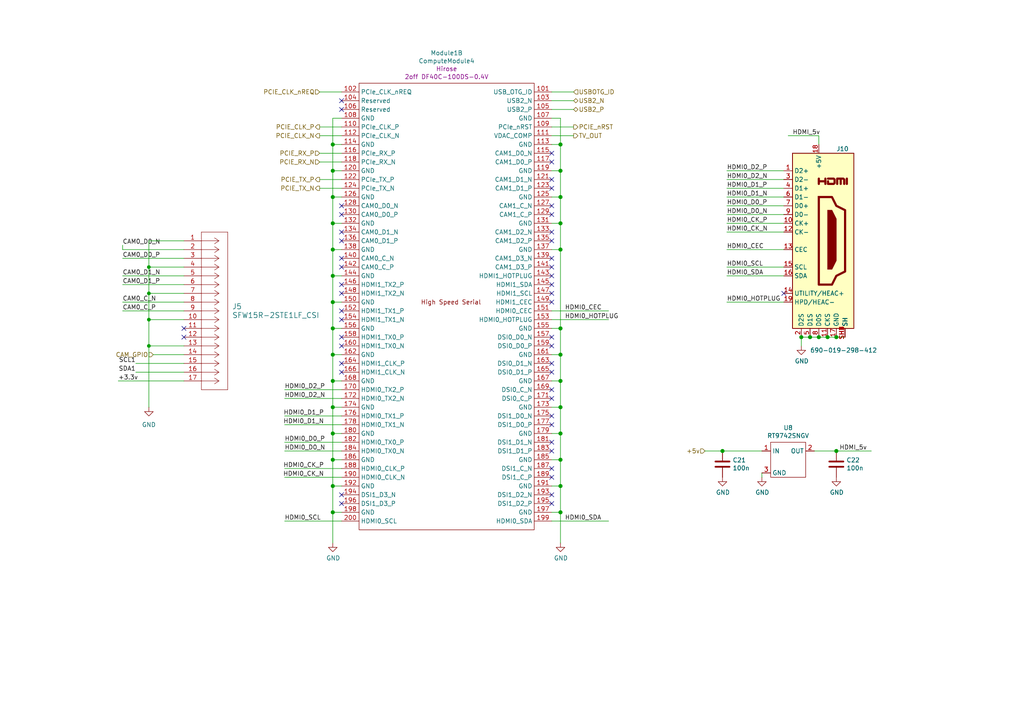
<source format=kicad_sch>
(kicad_sch (version 20231120) (generator "eeschema") (generator_version "8.0")
  (paper "A4")
  (title_block (title "CM4 Board Bare Minimum Requirements") (date "2024-10-25") (rev "0.1") (company "RapidAnalysis") (comment 1 "Author: Asad Imran"))
  (lib_symbols
    (symbol "CM4IO:ComputeModule4-CM4"
      (property "Reference" "Module" (at 113.03 -68.58 0))
      (property "Value" "ComputeModule4-CM4" (at 140.97 2.54 0))
      (property "Field4" "Hirose" (at 0 0 0))
      (property "Field5" "2x DF40C-100DS-0.4V" (at 0 -2.54 0))
      (symbol "ComputeModule4-CM4_1_0"
        (text "GPIO" (at 0 6.35 0) (effects (font (size 1.27 1.27))))
      )
      (symbol "ComputeModule4-CM4_1_1"
        (rectangle (start -30.48 -71.12) (end 25.4 58.42))
        (text "600mA Max" (at -8.89 -53.34 0) (effects (font (size 1.27 1.27))))
        (text "600mA Max" (at -8.89 -48.26 0) (effects (font (size 1.27 1.27))))
        (text "NB SD signals are only available" (at -1.27 -27.94 0) (effects (font (size 1.27 1.27))))
        (text "on modules without eMMC" (at -1.27 -30.48 0) (effects (font (size 1.27 1.27))))
        (pin power_in line (at 27.94 55.88 180) (length 2.54) (name "GND") (number "1"))
        (pin passive line (at -33.02 45.72 0) (length 2.54) (name "Ethernet_Pair0_N") (number "10"))
        (pin output line (at -33.02 -68.58 0) (length 2.54) (name "nEXTRST") (number "100"))
        (pin passive line (at 27.94 43.18 180) (length 2.54) (name "Ethernet_Pair2_P") (number "11"))
        (pin passive line (at -33.02 43.18 0) (length 2.54) (name "Ethernet_Pair0_P") (number "12"))
        (pin power_in line (at 27.94 40.64 180) (length 2.54) (name "GND") (number "13"))
        (pin power_in line (at -33.02 40.64 0) (length 2.54) (name "GND") (number "14"))
        (pin output line (at 27.94 38.1 180) (length 2.54) (name "Ethernet_nLED3(3.3v)") (number "15"))
        (pin input line (at -33.02 38.1 0) (length 2.54) (name "Ethernet_SYNC_IN(1.8v)") (number "16"))
        (pin output line (at 27.94 35.56 180) (length 2.54) (name "Ethernet_nLED2(3.3v)") (number "17"))
        (pin input line (at -33.02 35.56 0) (length 2.54) (name "Ethernet_SYNC_OUT(1.8v)") (number "18"))
        (pin output line (at 27.94 33.02 180) (length 2.54) (name "Ethernet_nLED1(3.3v)") (number "19"))
        (pin power_in line (at -33.02 55.88 0) (length 2.54) (name "GND") (number "2"))
        (pin passive line (at -33.02 33.02 0) (length 2.54) (name "EEPROM_nWP") (number "20"))
        (pin open_collector line (at 27.94 30.48 180) (length 2.54) (name "PI_nLED_Activity") (number "21"))
        (pin power_in line (at -33.02 30.48 0) (length 2.54) (name "GND") (number "22"))
        (pin power_in line (at 27.94 27.94 180) (length 2.54) (name "GND") (number "23"))
        (pin passive line (at -33.02 27.94 0) (length 2.54) (name "GPIO26") (number "24"))
        (pin passive line (at 27.94 25.4 180) (length 2.54) (name "GPIO21") (number "25"))
        (pin passive line (at -33.02 25.4 0) (length 2.54) (name "GPIO19") (number "26"))
        (pin passive line (at 27.94 22.86 180) (length 2.54) (name "GPIO20") (number "27"))
        (pin passive line (at -33.02 22.86 0) (length 2.54) (name "GPIO13") (number "28"))
        (pin passive line (at 27.94 20.32 180) (length 2.54) (name "GPIO16") (number "29"))
        (pin passive line (at 27.94 53.34 180) (length 2.54) (name "Ethernet_Pair3_P") (number "3"))
        (pin passive line (at -33.02 20.32 0) (length 2.54) (name "GPIO6") (number "30"))
        (pin passive line (at 27.94 17.78 180) (length 2.54) (name "GPIO12") (number "31"))
        (pin power_in line (at -33.02 17.78 0) (length 2.54) (name "GND") (number "32"))
        (pin power_in line (at 27.94 15.24 180) (length 2.54) (name "GND") (number "33"))
        (pin passive line (at -33.02 15.24 0) (length 2.54) (name "GPIO5") (number "34"))
        (pin passive line (at 27.94 12.7 180) (length 2.54) (name "ID_SC") (number "35"))
        (pin passive line (at -33.02 12.7 0) (length 2.54) (name "ID_SD") (number "36"))
        (pin passive line (at 27.94 10.16 180) (length 2.54) (name "GPIO7") (number "37"))
        (pin passive line (at -33.02 10.16 0) (length 2.54) (name "GPIO11") (number "38"))
        (pin passive line (at 27.94 7.62 180) (length 2.54) (name "GPIO8") (number "39"))
        (pin passive line (at -33.02 53.34 0) (length 2.54) (name "Ethernet_Pair1_P") (number "4"))
        (pin passive line (at -33.02 7.62 0) (length 2.54) (name "GPIO9") (number "40"))
        (pin passive line (at 27.94 5.08 180) (length 2.54) (name "GPIO25") (number "41"))
        (pin power_in line (at -33.02 5.08 0) (length 2.54) (name "GND") (number "42"))
        (pin power_in line (at 27.94 2.54 180) (length 2.54) (name "GND") (number "43"))
        (pin passive line (at -33.02 2.54 0) (length 2.54) (name "GPIO10") (number "44"))
        (pin passive line (at 27.94 0 180) (length 2.54) (name "GPIO24") (number "45"))
        (pin passive line (at -33.02 0 0) (length 2.54) (name "GPIO22") (number "46"))
        (pin passive line (at 27.94 -2.54 180) (length 2.54) (name "GPIO23") (number "47"))
        (pin passive line (at -33.02 -2.54 0) (length 2.54) (name "GPIO27") (number "48"))
        (pin passive line (at 27.94 -5.08 180) (length 2.54) (name "GPIO18") (number "49"))
        (pin passive line (at 27.94 50.8 180) (length 2.54) (name "Ethernet_Pair3_N") (number "5"))
        (pin passive line (at -33.02 -5.08 0) (length 2.54) (name "GPIO17") (number "50"))
        (pin passive line (at 27.94 -7.62 180) (length 2.54) (name "GPIO15") (number "51"))
        (pin power_in line (at -33.02 -7.62 0) (length 2.54) (name "GND") (number "52"))
        (pin power_in line (at 27.94 -10.16 180) (length 2.54) (name "GND") (number "53"))
        (pin passive line (at -33.02 -10.16 0) (length 2.54) (name "GPIO4") (number "54"))
        (pin passive line (at 27.94 -12.7 180) (length 2.54) (name "GPIO14") (number "55"))
        (pin passive line (at -33.02 -12.7 0) (length 2.54) (name "GPIO3") (number "56"))
        (pin passive line (at 27.94 -15.24 180) (length 2.54) (name "SD_CLK") (number "57"))
        (pin passive line (at -33.02 -15.24 0) (length 2.54) (name "GPIO2") (number "58"))
        (pin power_in line (at 27.94 -17.78 180) (length 2.54) (name "GND") (number "59"))
        (pin passive line (at -33.02 50.8 0) (length 2.54) (name "Ethernet_Pair1_N") (number "6"))
        (pin power_in line (at -33.02 -17.78 0) (length 2.54) (name "GND") (number "60"))
        (pin passive line (at 27.94 -20.32 180) (length 2.54) (name "SD_DAT3") (number "61"))
        (pin passive line (at -33.02 -20.32 0) (length 2.54) (name "SD_CMD") (number "62"))
        (pin passive line (at 27.94 -22.86 180) (length 2.54) (name "SD_DAT0") (number "63"))
        (pin passive line (at -33.02 -22.86 0) (length 2.54) (name "SD_DAT5") (number "64"))
        (pin power_in line (at 27.94 -25.4 180) (length 2.54) (name "GND") (number "65"))
        (pin power_in line (at -33.02 -25.4 0) (length 2.54) (name "GND") (number "66"))
        (pin passive line (at 27.94 -27.94 180) (length 2.54) (name "SD_DAT1") (number "67"))
        (pin passive line (at -33.02 -27.94 0) (length 2.54) (name "SD_DAT4") (number "68"))
        (pin passive line (at 27.94 -30.48 180) (length 2.54) (name "SD_DAT2") (number "69"))
        (pin power_in line (at 27.94 48.26 180) (length 2.54) (name "GND") (number "7"))
        (pin passive line (at -33.02 -30.48 0) (length 2.54) (name "SD_DAT7") (number "70"))
        (pin power_in line (at 27.94 -33.02 180) (length 2.54) (name "GND") (number "71"))
        (pin passive line (at -33.02 -33.02 0) (length 2.54) (name "SD_DAT6") (number "72"))
        (pin input line (at 27.94 -35.56 180) (length 2.54) (name "SD_VDD_Override") (number "73"))
        (pin power_in line (at -33.02 -35.56 0) (length 2.54) (name "GND") (number "74"))
        (pin output line (at 27.94 -38.1 180) (length 2.54) (name "SD_PWR_ON") (number "75"))
        (pin passive line (at -33.02 -38.1 0) (length 2.54) (name "Reserved") (number "76"))
        (pin power_in line (at 27.94 -40.64 180) (length 2.54) (name "+5v_(Input)") (number "77"))
        (pin power_in line (at -33.02 -40.64 0) (length 2.54) (name "GPIO_VREF(1.8v/3.3v_Input)") (number "78"))
        (pin power_in line (at 27.94 -43.18 180) (length 2.54) (name "+5v_(Input)") (number "79"))
        (pin power_in line (at -33.02 48.26 0) (length 2.54) (name "GND") (number "8"))
        (pin passive line (at -33.02 -43.18 0) (length 2.54) (name "SCL0") (number "80"))
        (pin power_in line (at 27.94 -45.72 180) (length 2.54) (name "+5v_(Input)") (number "81"))
        (pin passive line (at -33.02 -45.72 0) (length 2.54) (name "SDA0") (number "82"))
        (pin power_in line (at 27.94 -48.26 180) (length 2.54) (name "+5v_(Input)") (number "83"))
        (pin power_out line (at -33.02 -48.26 0) (length 2.54) (name "+3.3v_(Output)") (number "84"))
        (pin power_in line (at 27.94 -50.8 180) (length 2.54) (name "+5v_(Input)") (number "85"))
        (pin power_out line (at -33.02 -50.8 0) (length 2.54) (name "+3.3v_(Output)") (number "86"))
        (pin power_in line (at 27.94 -53.34 180) (length 2.54) (name "+5v_(Input)") (number "87"))
        (pin power_out line (at -33.02 -53.34 0) (length 2.54) (name "+1.8v_(Output)") (number "88"))
        (pin power_in line (at 27.94 -55.88 180) (length 2.54) (name "WiFi_nDisable") (number "89"))
        (pin passive line (at 27.94 45.72 180) (length 2.54) (name "Ethernet_Pair2_N") (number "9"))
        (pin power_out line (at -33.02 -55.88 0) (length 2.54) (name "+1.8v_(Output)") (number "90"))
        (pin power_in line (at 27.94 -58.42 180) (length 2.54) (name "BT_nDisable") (number "91"))
        (pin passive line (at -33.02 -58.42 0) (length 2.54) (name "RUN_PG") (number "92"))
        (pin input line (at 27.94 -60.96 180) (length 2.54) (name "nRPIBOOT") (number "93"))
        (pin passive line (at -33.02 -60.96 0) (length 2.54) (name "AnalogIP0") (number "94"))
        (pin output line (at 27.94 -63.5 180) (length 2.54) (name "nPI_LED_PWR") (number "95"))
        (pin passive line (at -33.02 -63.5 0) (length 2.54) (name "AnalogIP1") (number "96"))
        (pin passive line (at 27.94 -66.04 180) (length 2.54) (name "Camera_GPIO") (number "97"))
        (pin power_in line (at -33.02 -66.04 0) (length 2.54) (name "GND") (number "98"))
        (pin input line (at 27.94 -68.58 180) (length 2.54) (name "Global_EN") (number "99"))
      )
      (symbol "ComputeModule4-CM4_2_1"
        (rectangle (start 114.3 -66.04) (end 165.1 63.5))
        (text "High Speed Serial" (at 140.97 0 0) (effects (font (size 1.27 1.27))))
        (pin input line (at 170.18 60.96 180) (length 5.08) (name "USB_OTG_ID") (number "101"))
        (pin input line (at 109.22 60.96 0) (length 5.08) (name "PCIe_CLK_nREQ") (number "102"))
        (pin passive line (at 170.18 58.42 180) (length 5.08) (name "USB2_N") (number "103"))
        (pin passive line (at 109.22 58.42 0) (length 5.08) (name "Reserved") (number "104"))
        (pin passive line (at 170.18 55.88 180) (length 5.08) (name "USB2_P") (number "105"))
        (pin passive line (at 109.22 55.88 0) (length 5.08) (name "Reserved") (number "106"))
        (pin power_in line (at 170.18 53.34 180) (length 5.08) (name "GND") (number "107"))
        (pin power_in line (at 109.22 53.34 0) (length 5.08) (name "GND") (number "108"))
        (pin bidirectional line (at 170.18 50.8 180) (length 5.08) (name "PCIe_nRST") (number "109"))
        (pin output line (at 109.22 50.8 0) (length 5.08) (name "PCIe_CLK_P") (number "110"))
        (pin passive line (at 170.18 48.26 180) (length 5.08) (name "VDAC_COMP") (number "111"))
        (pin output line (at 109.22 48.26 0) (length 5.08) (name "PCIe_CLK_N") (number "112"))
        (pin power_in line (at 170.18 45.72 180) (length 5.08) (name "GND") (number "113"))
        (pin power_in line (at 109.22 45.72 0) (length 5.08) (name "GND") (number "114"))
        (pin input line (at 170.18 43.18 180) (length 5.08) (name "CAM1_D0_N") (number "115"))
        (pin input line (at 109.22 43.18 0) (length 5.08) (name "PCIe_RX_P") (number "116"))
        (pin input line (at 170.18 40.64 180) (length 5.08) (name "CAM1_D0_P") (number "117"))
        (pin input line (at 109.22 40.64 0) (length 5.08) (name "PCIe_RX_N") (number "118"))
        (pin power_in line (at 170.18 38.1 180) (length 5.08) (name "GND") (number "119"))
        (pin power_in line (at 109.22 38.1 0) (length 5.08) (name "GND") (number "120"))
        (pin input line (at 170.18 35.56 180) (length 5.08) (name "CAM1_D1_N") (number "121"))
        (pin output line (at 109.22 35.56 0) (length 5.08) (name "PCIe_TX_P") (number "122"))
        (pin input line (at 170.18 33.02 180) (length 5.08) (name "CAM1_D1_P") (number "123"))
        (pin output line (at 109.22 33.02 0) (length 5.08) (name "PCIe_TX_N") (number "124"))
        (pin power_in line (at 170.18 30.48 180) (length 5.08) (name "GND") (number "125"))
        (pin power_in line (at 109.22 30.48 0) (length 5.08) (name "GND") (number "126"))
        (pin input line (at 170.18 27.94 180) (length 5.08) (name "CAM1_C_N") (number "127"))
        (pin input line (at 109.22 27.94 0) (length 5.08) (name "CAM0_D0_N") (number "128"))
        (pin input line (at 170.18 25.4 180) (length 5.08) (name "CAM1_C_P") (number "129"))
        (pin input line (at 109.22 25.4 0) (length 5.08) (name "CAM0_D0_P") (number "130"))
        (pin power_in line (at 170.18 22.86 180) (length 5.08) (name "GND") (number "131"))
        (pin power_in line (at 109.22 22.86 0) (length 5.08) (name "GND") (number "132"))
        (pin input line (at 170.18 20.32 180) (length 5.08) (name "CAM1_D2_N") (number "133"))
        (pin input line (at 109.22 20.32 0) (length 5.08) (name "CAM0_D1_N") (number "134"))
        (pin input line (at 170.18 17.78 180) (length 5.08) (name "CAM1_D2_P") (number "135"))
        (pin input line (at 109.22 17.78 0) (length 5.08) (name "CAM0_D1_P") (number "136"))
        (pin power_in line (at 170.18 15.24 180) (length 5.08) (name "GND") (number "137"))
        (pin power_in line (at 109.22 15.24 0) (length 5.08) (name "GND") (number "138"))
        (pin input line (at 170.18 12.7 180) (length 5.08) (name "CAM1_D3_N") (number "139"))
        (pin input line (at 109.22 12.7 0) (length 5.08) (name "CAM0_C_N") (number "140"))
        (pin input line (at 170.18 10.16 180) (length 5.08) (name "CAM1_D3_P") (number "141"))
        (pin input line (at 109.22 10.16 0) (length 5.08) (name "CAM0_C_P") (number "142"))
        (pin input line (at 170.18 7.62 180) (length 5.08) (name "HDMI1_HOTPLUG") (number "143"))
        (pin power_in line (at 109.22 7.62 0) (length 5.08) (name "GND") (number "144"))
        (pin bidirectional line (at 170.18 5.08 180) (length 5.08) (name "HDMI1_SDA") (number "145"))
        (pin output line (at 109.22 5.08 0) (length 5.08) (name "HDMI1_TX2_P") (number "146"))
        (pin open_collector line (at 170.18 2.54 180) (length 5.08) (name "HDMI1_SCL") (number "147"))
        (pin output line (at 109.22 2.54 0) (length 5.08) (name "HDMI1_TX2_N") (number "148"))
        (pin open_collector line (at 170.18 0 180) (length 5.08) (name "HDMI1_CEC") (number "149"))
        (pin power_in line (at 109.22 0 0) (length 5.08) (name "GND") (number "150"))
        (pin open_collector line (at 170.18 -2.54 180) (length 5.08) (name "HDMI0_CEC") (number "151"))
        (pin output line (at 109.22 -2.54 0) (length 5.08) (name "HDMI1_TX1_P") (number "152"))
        (pin input line (at 170.18 -5.08 180) (length 5.08) (name "HDMI0_HOTPLUG") (number "153"))
        (pin output line (at 109.22 -5.08 0) (length 5.08) (name "HDMI1_TX1_N") (number "154"))
        (pin power_in line (at 170.18 -7.62 180) (length 5.08) (name "GND") (number "155"))
        (pin power_in line (at 109.22 -7.62 0) (length 5.08) (name "GND") (number "156"))
        (pin output line (at 170.18 -10.16 180) (length 5.08) (name "DSI0_D0_N") (number "157"))
        (pin output line (at 109.22 -10.16 0) (length 5.08) (name "HDMI1_TX0_P") (number "158"))
        (pin output line (at 170.18 -12.7 180) (length 5.08) (name "DSI0_D0_P") (number "159"))
        (pin output line (at 109.22 -12.7 0) (length 5.08) (name "HDMI1_TX0_N") (number "160"))
        (pin power_in line (at 170.18 -15.24 180) (length 5.08) (name "GND") (number "161"))
        (pin power_in line (at 109.22 -15.24 0) (length 5.08) (name "GND") (number "162"))
        (pin output line (at 170.18 -17.78 180) (length 5.08) (name "DSI0_D1_N") (number "163"))
        (pin output line (at 109.22 -17.78 0) (length 5.08) (name "HDMI1_CLK_P") (number "164"))
        (pin output line (at 170.18 -20.32 180) (length 5.08) (name "DSI0_D1_P") (number "165"))
        (pin output line (at 109.22 -20.32 0) (length 5.08) (name "HDMI1_CLK_N") (number "166"))
        (pin power_in line (at 170.18 -22.86 180) (length 5.08) (name "GND") (number "167"))
        (pin power_in line (at 109.22 -22.86 0) (length 5.08) (name "GND") (number "168"))
        (pin output line (at 170.18 -25.4 180) (length 5.08) (name "DSI0_C_N") (number "169"))
        (pin output line (at 109.22 -25.4 0) (length 5.08) (name "HDMI0_TX2_P") (number "170"))
        (pin output line (at 170.18 -27.94 180) (length 5.08) (name "DSI0_C_P") (number "171"))
        (pin output line (at 109.22 -27.94 0) (length 5.08) (name "HDMI0_TX2_N") (number "172"))
        (pin power_in line (at 170.18 -30.48 180) (length 5.08) (name "GND") (number "173"))
        (pin power_in line (at 109.22 -30.48 0) (length 5.08) (name "GND") (number "174"))
        (pin output line (at 170.18 -33.02 180) (length 5.08) (name "DSI1_D0_N") (number "175"))
        (pin output line (at 109.22 -33.02 0) (length 5.08) (name "HDMI0_TX1_P") (number "176"))
        (pin output line (at 170.18 -35.56 180) (length 5.08) (name "DSI1_D0_P") (number "177"))
        (pin output line (at 109.22 -35.56 0) (length 5.08) (name "HDMI0_TX1_N") (number "178"))
        (pin power_in line (at 170.18 -38.1 180) (length 5.08) (name "GND") (number "179"))
        (pin power_in line (at 109.22 -38.1 0) (length 5.08) (name "GND") (number "180"))
        (pin output line (at 170.18 -40.64 180) (length 5.08) (name "DSI1_D1_N") (number "181"))
        (pin output line (at 109.22 -40.64 0) (length 5.08) (name "HDMI0_TX0_P") (number "182"))
        (pin output line (at 170.18 -43.18 180) (length 5.08) (name "DSI1_D1_P") (number "183"))
        (pin output line (at 109.22 -43.18 0) (length 5.08) (name "HDMI0_TX0_N") (number "184"))
        (pin power_in line (at 170.18 -45.72 180) (length 5.08) (name "GND") (number "185"))
        (pin power_in line (at 109.22 -45.72 0) (length 5.08) (name "GND") (number "186"))
        (pin output line (at 170.18 -48.26 180) (length 5.08) (name "DSI1_C_N") (number "187"))
        (pin output line (at 109.22 -48.26 0) (length 5.08) (name "HDMI0_CLK_P") (number "188"))
        (pin output line (at 170.18 -50.8 180) (length 5.08) (name "DSI1_C_P") (number "189"))
        (pin output line (at 109.22 -50.8 0) (length 5.08) (name "HDMI0_CLK_N") (number "190"))
        (pin power_in line (at 170.18 -53.34 180) (length 5.08) (name "GND") (number "191"))
        (pin power_in line (at 109.22 -53.34 0) (length 5.08) (name "GND") (number "192"))
        (pin output line (at 170.18 -55.88 180) (length 5.08) (name "DSI1_D2_N") (number "193"))
        (pin output line (at 109.22 -55.88 0) (length 5.08) (name "DSI1_D3_N") (number "194"))
        (pin output line (at 170.18 -58.42 180) (length 5.08) (name "DSI1_D2_P") (number "195"))
        (pin output line (at 109.22 -58.42 0) (length 5.08) (name "DSI1_D3_P") (number "196"))
        (pin power_in line (at 170.18 -60.96 180) (length 5.08) (name "GND") (number "197"))
        (pin power_in line (at 109.22 -60.96 0) (length 5.08) (name "GND") (number "198"))
        (pin bidirectional line (at 170.18 -63.5 180) (length 5.08) (name "HDMI0_SDA") (number "199"))
        (pin open_collector line (at 109.22 -63.5 0) (length 5.08) (name "HDMI0_SCL") (number "200"))
      )
    )
    (symbol "CM4IO:HDMI_A_1.4"
      (property "Reference" "J" (at -6.35 26.67 0))
      (property "Value" "HDMI_A_1.4" (at 10.16 26.67 0))
      (symbol "HDMI_A_1.4_0_0"
        (polyline (pts (xy 8.128 16.51) (xy 8.128 18.034)) (stroke (width 0.635)))
        (polyline (pts (xy 0 16.51) (xy 0 18.034) (xy 0 17.272) (xy 1.905 17.272) (xy 1.905 18.034) (xy 1.905 16.51)) (stroke (width 0.635)))
        (polyline (pts (xy 2.667 18.034) (xy 4.318 18.034) (xy 4.572 17.78) (xy 4.572 16.764) (xy 4.318 16.51) (xy 2.667 16.51) (xy 2.667 17.272)) (stroke (width 0.635)))
        (pin passive line (at 7.62 -27.94 90) (length 2.54) (name "SH") (number "SH2"))
        (pin passive line (at 7.62 -27.94 90) (length 2.54) (name "SH") (number "SH3"))
        (pin passive line (at 7.62 -27.94 90) (length 2.54) (name "SH") (number "SH4"))
      )
      (symbol "HDMI_A_1.4_0_1"
        (rectangle (start -7.62 25.4) (end 10.16 -25.4) (stroke (width 0.254)) (fill (type background)))
        (polyline (pts (xy 2.54 8.89) (xy 3.81 8.89) (xy 5.08 6.35) (xy 5.08 -5.715) (xy 3.81 -8.255) (xy 2.54 -8.255) (xy 2.54 8.89)) (fill (type outline)))
        (polyline (pts (xy 5.334 16.51) (xy 5.334 18.034) (xy 6.35 18.034) (xy 6.35 16.51) (xy 6.35 18.034) (xy 7.112 18.034) (xy 7.366 17.78) (xy 7.366 16.51)) (stroke (width 0.635)))
        (polyline (pts (xy 0 12.7) (xy 0 -12.7) (xy 3.81 -12.7) (xy 5.08 -10.16) (xy 7.62 -8.89) (xy 7.62 8.89) (xy 5.08 10.16) (xy 3.81 12.7) (xy 0 12.7)) (stroke (width 0.635)))
      )
      (symbol "HDMI_A_1.4_1_1"
        (pin passive line (at -10.16 20.32 0) (length 2.54) (name "D2+") (number "1"))
        (pin passive line (at -10.16 5.08 0) (length 2.54) (name "CK+") (number "10"))
        (pin power_in line (at 2.54 -27.94 90) (length 2.54) (name "CKS") (number "11"))
        (pin passive line (at -10.16 2.54 0) (length 2.54) (name "CK-") (number "12"))
        (pin bidirectional line (at -10.16 -2.54 0) (length 2.54) (name "CEC") (number "13"))
        (pin passive line (at -10.16 -15.24 0) (length 2.54) (name "UTILITY/HEAC+") (number "14"))
        (pin passive line (at -10.16 -7.62 0) (length 2.54) (name "SCL") (number "15"))
        (pin bidirectional line (at -10.16 -10.16 0) (length 2.54) (name "SDA") (number "16"))
        (pin power_in line (at 5.08 -27.94 90) (length 2.54) (name "GND") (number "17"))
        (pin power_in line (at 0 27.94 270) (length 2.54) (name "+5V") (number "18"))
        (pin passive line (at -10.16 -17.78 0) (length 2.54) (name "HPD/HEAC-") (number "19"))
        (pin power_in line (at -5.08 -27.94 90) (length 2.54) (name "D2S") (number "2"))
        (pin passive line (at -10.16 17.78 0) (length 2.54) (name "D2-") (number "3"))
        (pin passive line (at -10.16 15.24 0) (length 2.54) (name "D1+") (number "4"))
        (pin power_in line (at -2.54 -27.94 90) (length 2.54) (name "D1S") (number "5"))
        (pin passive line (at -10.16 12.7 0) (length 2.54) (name "D1-") (number "6"))
        (pin passive line (at -10.16 10.16 0) (length 2.54) (name "D0+") (number "7"))
        (pin power_in line (at 0 -27.94 90) (length 2.54) (name "D0S") (number "8"))
        (pin passive line (at -10.16 7.62 0) (length 2.54) (name "D0-") (number "9"))
        (pin passive line (at 7.62 -27.94 90) (length 2.54) (name "SH") (number "SH1"))
      )
    )
    (symbol "CM4IO:RT9742SNGV"
      (property "Reference" "U12" (at 2.54 10.541 0))
      (property "Value" "RT9742SNGV" (at 2.54 8.2296 0))
      (symbol "RT9742SNGV_0_1"
        (rectangle (start -2.54 6.35) (end 7.62 -3.81))
      )
      (symbol "RT9742SNGV_1_1"
        (pin power_in line (at -5.08 3.81 0) (length 2.54) (name "IN") (number "1"))
        (pin output line (at 10.16 3.81 180) (length 2.54) (name "OUT") (number "2"))
        (pin power_in line (at -5.08 -2.54 0) (length 2.54) (name "GND") (number "3"))
      )
    )
    (symbol "Device:C" (pin_numbers hide) (pin_names (offset 0.254))
      (property "Reference" "C" (at 0.635 2.54 0))
      (property "Value" "C" (at 0.635 -2.54 0))
      (symbol "C_0_1"
        (polyline (pts (xy -2.032 -0.762) (xy 2.032 -0.762)) (stroke (width 0.508)))
        (polyline (pts (xy -2.032 0.762) (xy 2.032 0.762)) (stroke (width 0.508)))
      )
      (symbol "C_1_1"
        (pin passive line (at 0 3.81 270) (length 2.794) (name "~") (number "1"))
        (pin passive line (at 0 -3.81 90) (length 2.794) (name "~") (number "2"))
      )
    )
    (symbol "GND_1" (power) (pin_numbers hide) (pin_names (offset 0) hide)
      (property "Value" "GND" (at 0 -3.81 0))
      (symbol "GND_1_0_1"
        (polyline (pts (xy 0 0) (xy 0 -1.27) (xy 1.27 -1.27) (xy 0 -2.54) (xy -1.27 -1.27) (xy 0 -1.27)))
      )
      (symbol "GND_1_1_1"
        (pin power_in line (at 0 0 270) (length 0) (name "~") (number "1"))
      )
    )
    (symbol "SFW15R-2STE1LF:SFW15R-2STE1LF" (pin_names (offset 0.254))
      (property "Reference" "J" (at 8.89 6.35 0))
      (property "Value" "SFW15R-2STE1LF" (at 0 0 0))
      (symbol "SFW15R-2STE1LF_0_1"
        (polyline (pts (xy 5.08 -43.18) (xy 12.7 -43.18)) (stroke (width 0.127)))
        (polyline (pts (xy 5.08 2.54) (xy 5.08 -43.18)) (stroke (width 0.127)))
        (polyline (pts (xy 10.16 -40.64) (xy 5.08 -40.64)) (stroke (width 0.127)))
        (polyline (pts (xy 10.16 -40.64) (xy 8.89 -41.4867)) (stroke (width 0.127)))
        (polyline (pts (xy 10.16 -40.64) (xy 8.89 -39.7933)) (stroke (width 0.127)))
        (polyline (pts (xy 10.16 -38.1) (xy 5.08 -38.1)) (stroke (width 0.127)))
        (polyline (pts (xy 10.16 -38.1) (xy 8.89 -38.9467)) (stroke (width 0.127)))
        (polyline (pts (xy 10.16 -38.1) (xy 8.89 -37.2533)) (stroke (width 0.127)))
        (polyline (pts (xy 10.16 -35.56) (xy 5.08 -35.56)) (stroke (width 0.127)))
        (polyline (pts (xy 10.16 -35.56) (xy 8.89 -36.4067)) (stroke (width 0.127)))
        (polyline (pts (xy 10.16 -35.56) (xy 8.89 -34.7133)) (stroke (width 0.127)))
        (polyline (pts (xy 10.16 -33.02) (xy 5.08 -33.02)) (stroke (width 0.127)))
        (polyline (pts (xy 10.16 -33.02) (xy 8.89 -33.8667)) (stroke (width 0.127)))
        (polyline (pts (xy 10.16 -33.02) (xy 8.89 -32.1733)) (stroke (width 0.127)))
        (polyline (pts (xy 10.16 -30.48) (xy 5.08 -30.48)) (stroke (width 0.127)))
        (polyline (pts (xy 10.16 -30.48) (xy 8.89 -31.3267)) (stroke (width 0.127)))
        (polyline (pts (xy 10.16 -30.48) (xy 8.89 -29.6333)) (stroke (width 0.127)))
        (polyline (pts (xy 10.16 -27.94) (xy 5.08 -27.94)) (stroke (width 0.127)))
        (polyline (pts (xy 10.16 -27.94) (xy 8.89 -28.7867)) (stroke (width 0.127)))
        (polyline (pts (xy 10.16 -27.94) (xy 8.89 -27.0933)) (stroke (width 0.127)))
        (polyline (pts (xy 10.16 -25.4) (xy 5.08 -25.4)) (stroke (width 0.127)))
        (polyline (pts (xy 10.16 -25.4) (xy 8.89 -26.2467)) (stroke (width 0.127)))
        (polyline (pts (xy 10.16 -25.4) (xy 8.89 -24.5533)) (stroke (width 0.127)))
        (polyline (pts (xy 10.16 -22.86) (xy 5.08 -22.86)) (stroke (width 0.127)))
        (polyline (pts (xy 10.16 -22.86) (xy 8.89 -23.7067)) (stroke (width 0.127)))
        (polyline (pts (xy 10.16 -22.86) (xy 8.89 -22.0133)) (stroke (width 0.127)))
        (polyline (pts (xy 10.16 -20.32) (xy 5.08 -20.32)) (stroke (width 0.127)))
        (polyline (pts (xy 10.16 -20.32) (xy 8.89 -21.1667)) (stroke (width 0.127)))
        (polyline (pts (xy 10.16 -20.32) (xy 8.89 -19.4733)) (stroke (width 0.127)))
        (polyline (pts (xy 10.16 -17.78) (xy 5.08 -17.78)) (stroke (width 0.127)))
        (polyline (pts (xy 10.16 -17.78) (xy 8.89 -18.6267)) (stroke (width 0.127)))
        (polyline (pts (xy 10.16 -17.78) (xy 8.89 -16.9333)) (stroke (width 0.127)))
        (polyline (pts (xy 10.16 -15.24) (xy 5.08 -15.24)) (stroke (width 0.127)))
        (polyline (pts (xy 10.16 -15.24) (xy 8.89 -16.0867)) (stroke (width 0.127)))
        (polyline (pts (xy 10.16 -15.24) (xy 8.89 -14.3933)) (stroke (width 0.127)))
        (polyline (pts (xy 10.16 -12.7) (xy 5.08 -12.7)) (stroke (width 0.127)))
        (polyline (pts (xy 10.16 -12.7) (xy 8.89 -13.5467)) (stroke (width 0.127)))
        (polyline (pts (xy 10.16 -12.7) (xy 8.89 -11.8533)) (stroke (width 0.127)))
        (polyline (pts (xy 10.16 -10.16) (xy 5.08 -10.16)) (stroke (width 0.127)))
        (polyline (pts (xy 10.16 -10.16) (xy 8.89 -11.0067)) (stroke (width 0.127)))
        (polyline (pts (xy 10.16 -10.16) (xy 8.89 -9.3133)) (stroke (width 0.127)))
        (polyline (pts (xy 10.16 -7.62) (xy 5.08 -7.62)) (stroke (width 0.127)))
        (polyline (pts (xy 10.16 -7.62) (xy 8.89 -8.4667)) (stroke (width 0.127)))
        (polyline (pts (xy 10.16 -7.62) (xy 8.89 -6.7733)) (stroke (width 0.127)))
        (polyline (pts (xy 10.16 -5.08) (xy 5.08 -5.08)) (stroke (width 0.127)))
        (polyline (pts (xy 10.16 -5.08) (xy 8.89 -5.9267)) (stroke (width 0.127)))
        (polyline (pts (xy 10.16 -5.08) (xy 8.89 -4.2333)) (stroke (width 0.127)))
        (polyline (pts (xy 10.16 -2.54) (xy 5.08 -2.54)) (stroke (width 0.127)))
        (polyline (pts (xy 10.16 -2.54) (xy 8.89 -3.3867)) (stroke (width 0.127)))
        (polyline (pts (xy 10.16 -2.54) (xy 8.89 -1.6933)) (stroke (width 0.127)))
        (polyline (pts (xy 10.16 0) (xy 5.08 0)) (stroke (width 0.127)))
        (polyline (pts (xy 10.16 0) (xy 8.89 -0.8467)) (stroke (width 0.127)))
        (polyline (pts (xy 10.16 0) (xy 8.89 0.8467)) (stroke (width 0.127)))
        (polyline (pts (xy 12.7 -43.18) (xy 12.7 2.54)) (stroke (width 0.127)))
        (polyline (pts (xy 12.7 2.54) (xy 5.08 2.54)) (stroke (width 0.127)))
        (pin unspecified line (at 0 0 0) (length 5.08) (name "") (number "1"))
        (pin unspecified line (at 0 -22.86 0) (length 5.08) (name "") (number "10"))
        (pin unspecified line (at 0 -25.4 0) (length 5.08) (name "") (number "11"))
        (pin unspecified line (at 0 -27.94 0) (length 5.08) (name "") (number "12"))
        (pin unspecified line (at 0 -30.48 0) (length 5.08) (name "") (number "13"))
        (pin unspecified line (at 0 -33.02 0) (length 5.08) (name "") (number "14"))
        (pin unspecified line (at 0 -35.56 0) (length 5.08) (name "") (number "15"))
        (pin unspecified line (at 0 -38.1 0) (length 5.08) (name "") (number "16"))
        (pin unspecified line (at 0 -40.64 0) (length 5.08) (name "") (number "17"))
        (pin unspecified line (at 0 -2.54 0) (length 5.08) (name "") (number "2"))
        (pin unspecified line (at 0 -5.08 0) (length 5.08) (name "") (number "3"))
        (pin unspecified line (at 0 -7.62 0) (length 5.08) (name "") (number "4"))
        (pin unspecified line (at 0 -10.16 0) (length 5.08) (name "") (number "5"))
        (pin unspecified line (at 0 -12.7 0) (length 5.08) (name "") (number "6"))
        (pin unspecified line (at 0 -15.24 0) (length 5.08) (name "") (number "7"))
        (pin unspecified line (at 0 -17.78 0) (length 5.08) (name "") (number "8"))
        (pin unspecified line (at 0 -20.32 0) (length 5.08) (name "") (number "9"))
      )
    )
    (symbol "power:GND" (power) (pin_names (offset 0))
      (property "Value" "GND" (at 0 -3.81 0))
      (symbol "GND_0_1"
        (polyline (pts (xy 0 0) (xy 0 -1.27) (xy 1.27 -1.27) (xy 0 -2.54) (xy -1.27 -1.27) (xy 0 -1.27)))
      )
      (symbol "GND_1_1"
        (pin power_in line (at 0 0 270) (length 0) hide (name "GND") (number "1"))
      )
    )
  )
  (junction (at 43.18 77.47))
  (junction (at 96.52 133.35) (diameter 1.016))
  (junction (at 43.18 92.71))
  (junction (at 96.52 118.11) (diameter 1.016))
  (junction (at 240.03 97.79) (diameter 1.016))
  (junction (at 96.52 125.73) (diameter 1.016))
  (junction (at 96.52 140.97) (diameter 1.016))
  (junction (at 96.52 72.39) (diameter 1.016))
  (junction (at 234.95 97.79) (diameter 1.016))
  (junction (at 162.56 64.77) (diameter 1.016))
  (junction (at 209.55 130.81) (diameter 1.016))
  (junction (at 232.41 97.79) (diameter 1.016))
  (junction (at 96.52 64.77) (diameter 1.016))
  (junction (at 162.56 57.15) (diameter 1.016))
  (junction (at 242.57 97.79) (diameter 1.016))
  (junction (at 96.52 57.15) (diameter 1.016))
  (junction (at 162.56 118.11) (diameter 1.016))
  (junction (at 162.56 49.53) (diameter 1.016))
  (junction (at 237.49 97.79) (diameter 1.016))
  (junction (at 162.56 102.87) (diameter 1.016))
  (junction (at 96.52 80.01) (diameter 1.016))
  (junction (at 162.56 140.97) (diameter 1.016))
  (junction (at 162.56 72.39) (diameter 1.016))
  (junction (at 96.52 110.49) (diameter 1.016))
  (junction (at 162.56 95.25) (diameter 1.016))
  (junction (at 162.56 133.35) (diameter 1.016))
  (junction (at 96.52 95.25) (diameter 1.016))
  (junction (at 96.52 41.91) (diameter 1.016))
  (junction (at 162.56 41.91) (diameter 1.016))
  (junction (at 162.56 148.59) (diameter 1.016))
  (junction (at 162.56 110.49) (diameter 1.016))
  (junction (at 162.56 125.73) (diameter 1.016))
  (junction (at 96.52 49.53) (diameter 1.016))
  (junction (at 242.57 130.81) (diameter 1.016))
  (junction (at 43.18 100.33))
  (junction (at 43.18 85.09))
  (junction (at 96.52 87.63) (diameter 1.016))
  (junction (at 96.52 148.59) (diameter 1.016))
  (junction (at 96.52 102.87) (diameter 1.016))
  (no_connect (at 160.02 130.81))
  (no_connect (at 99.06 62.23))
  (no_connect (at 99.06 67.31))
  (no_connect (at 160.02 80.01))
  (no_connect (at 99.06 85.09))
  (no_connect (at 160.02 120.65))
  (no_connect (at 53.34 95.25))
  (no_connect (at 99.06 107.95))
  (no_connect (at 160.02 44.45))
  (no_connect (at 160.02 128.27))
  (no_connect (at 99.06 92.71))
  (no_connect (at 99.06 74.93))
  (no_connect (at 160.02 74.93))
  (no_connect (at 160.02 67.31))
  (no_connect (at 160.02 146.05))
  (no_connect (at 160.02 123.19))
  (no_connect (at 99.06 100.33))
  (no_connect (at 160.02 105.41))
  (no_connect (at 160.02 77.47))
  (no_connect (at 160.02 143.51))
  (no_connect (at 160.02 46.99))
  (no_connect (at 160.02 135.89))
  (no_connect (at 99.06 90.17))
  (no_connect (at 99.06 77.47))
  (no_connect (at 160.02 69.85))
  (no_connect (at 99.06 31.75))
  (no_connect (at 160.02 113.03))
  (no_connect (at 160.02 85.09))
  (no_connect (at 160.02 138.43))
  (no_connect (at 99.06 29.21))
  (no_connect (at 160.02 82.55))
  (no_connect (at 160.02 52.07))
  (no_connect (at 160.02 97.79))
  (no_connect (at 53.34 97.79))
  (no_connect (at 160.02 87.63))
  (no_connect (at 99.06 82.55))
  (no_connect (at 99.06 59.69))
  (no_connect (at 99.06 69.85))
  (no_connect (at 160.02 107.95))
  (no_connect (at 160.02 54.61))
  (no_connect (at 160.02 115.57))
  (no_connect (at 99.06 143.51))
  (no_connect (at 99.06 105.41))
  (no_connect (at 160.02 100.33))
  (no_connect (at 99.06 146.05))
  (no_connect (at 160.02 59.69))
  (no_connect (at 160.02 62.23))
  (no_connect (at 99.06 97.79))
  (no_connect (at 227.33 85.09))
  (wire (pts (xy 210.82 77.47) (xy 227.33 77.47)))
  (wire (pts (xy 160.02 90.17) (xy 176.53 90.17)))
  (wire (pts (xy 96.52 72.39) (xy 96.52 80.01)))
  (wire (pts (xy 162.56 34.29) (xy 160.02 34.29)))
  (wire (pts (xy 160.02 92.71) (xy 176.53 92.71)))
  (wire (pts (xy 35.56 87.63) (xy 53.34 87.63)))
  (wire (pts (xy 162.56 64.77) (xy 162.56 57.15)))
  (wire (pts (xy 220.98 137.16) (xy 220.98 138.43)))
  (wire (pts (xy 96.52 125.73) (xy 99.06 125.73)))
  (wire (pts (xy 162.56 118.11) (xy 162.56 125.73)))
  (wire (pts (xy 160.02 41.91) (xy 162.56 41.91)))
  (wire (pts (xy 162.56 49.53) (xy 162.56 41.91)))
  (wire (pts (xy 204.47 130.81) (xy 209.55 130.81)))
  (wire (pts (xy 92.71 52.07) (xy 99.06 52.07)))
  (wire (pts (xy 162.56 125.73) (xy 162.56 133.35)))
  (wire (pts (xy 162.56 95.25) (xy 162.56 102.87)))
  (wire (pts (xy 34.29 110.49) (xy 53.34 110.49)))
  (wire (pts (xy 160.02 39.37) (xy 166.37 39.37)))
  (wire (pts (xy 160.02 110.49) (xy 162.56 110.49)))
  (wire (pts (xy 210.82 52.07) (xy 227.33 52.07)))
  (wire (pts (xy 99.06 148.59) (xy 96.52 148.59)))
  (wire (pts (xy 96.52 95.25) (xy 96.52 102.87)))
  (wire (pts (xy 210.82 49.53) (xy 227.33 49.53)))
  (wire (pts (xy 43.18 100.33) (xy 43.18 118.11)))
  (wire (pts (xy 232.41 97.79) (xy 234.95 97.79)))
  (wire (pts (xy 160.02 133.35) (xy 162.56 133.35)))
  (wire (pts (xy 160.02 49.53) (xy 162.56 49.53)))
  (wire (pts (xy 96.52 72.39) (xy 99.06 72.39)))
  (wire (pts (xy 160.02 148.59) (xy 162.56 148.59)))
  (wire (pts (xy 43.18 77.47) (xy 53.34 77.47)))
  (wire (pts (xy 96.52 95.25) (xy 99.06 95.25)))
  (wire (pts (xy 82.55 128.27) (xy 99.06 128.27)))
  (wire (pts (xy 160.02 95.25) (xy 162.56 95.25)))
  (wire (pts (xy 162.56 102.87) (xy 162.56 110.49)))
  (wire (pts (xy 96.52 80.01) (xy 99.06 80.01)))
  (wire (pts (xy 92.71 39.37) (xy 99.06 39.37)))
  (wire (pts (xy 236.22 130.81) (xy 242.57 130.81)))
  (wire (pts (xy 160.02 64.77) (xy 162.56 64.77)))
  (wire (pts (xy 96.52 102.87) (xy 96.52 110.49)))
  (wire (pts (xy 162.56 41.91) (xy 162.56 34.29)))
  (wire (pts (xy 242.57 130.81) (xy 252.73 130.81)))
  (wire (pts (xy 96.52 57.15) (xy 99.06 57.15)))
  (wire (pts (xy 82.55 130.81) (xy 99.06 130.81)))
  (wire (pts (xy 96.52 118.11) (xy 96.52 125.73)))
  (wire (pts (xy 99.06 44.45) (xy 92.71 44.45)))
  (wire (pts (xy 162.56 72.39) (xy 162.56 95.25)))
  (wire (pts (xy 43.18 77.47) (xy 43.18 85.09)))
  (wire (pts (xy 99.06 138.43) (xy 82.55 138.43)))
  (wire (pts (xy 210.82 87.63) (xy 227.33 87.63)))
  (wire (pts (xy 162.56 110.49) (xy 162.56 118.11)))
  (wire (pts (xy 228.6 39.37) (xy 237.49 39.37)))
  (wire (pts (xy 96.52 34.29) (xy 96.52 41.91)))
  (wire (pts (xy 44.45 102.87) (xy 53.34 102.87)))
  (wire (pts (xy 160.02 118.11) (xy 162.56 118.11)))
  (wire (pts (xy 210.82 67.31) (xy 227.33 67.31)))
  (wire (pts (xy 96.52 41.91) (xy 99.06 41.91)))
  (wire (pts (xy 242.57 97.79) (xy 245.11 97.79)))
  (wire (pts (xy 210.82 59.69) (xy 227.33 59.69)))
  (wire (pts (xy 210.82 57.15) (xy 227.33 57.15)))
  (wire (pts (xy 210.82 80.01) (xy 227.33 80.01)))
  (wire (pts (xy 209.55 130.81) (xy 220.98 130.81)))
  (wire (pts (xy 35.56 90.17) (xy 53.34 90.17)))
  (wire (pts (xy 96.52 49.53) (xy 99.06 49.53)))
  (wire (pts (xy 162.56 57.15) (xy 162.56 49.53)))
  (wire (pts (xy 35.56 74.93) (xy 53.34 74.93)))
  (wire (pts (xy 92.71 36.83) (xy 99.06 36.83)))
  (wire (pts (xy 96.52 87.63) (xy 99.06 87.63)))
  (wire (pts (xy 96.52 125.73) (xy 96.52 133.35)))
  (wire (pts (xy 210.82 62.23) (xy 227.33 62.23)))
  (wire (pts (xy 162.56 148.59) (xy 162.56 157.48)))
  (wire (pts (xy 43.18 92.71) (xy 43.18 100.33)))
  (wire (pts (xy 96.52 57.15) (xy 96.52 64.77)))
  (wire (pts (xy 162.56 133.35) (xy 162.56 140.97)))
  (wire (pts (xy 35.56 71.12) (xy 35.56 72.39)))
  (wire (pts (xy 99.06 120.65) (xy 82.55 120.65)))
  (wire (pts (xy 39.37 107.95) (xy 53.34 107.95)))
  (wire (pts (xy 96.52 102.87) (xy 99.06 102.87)))
  (wire (pts (xy 35.56 82.55) (xy 53.34 82.55)))
  (wire (pts (xy 96.52 133.35) (xy 99.06 133.35)))
  (wire (pts (xy 39.37 105.41) (xy 53.34 105.41)))
  (wire (pts (xy 232.41 97.79) (xy 232.41 100.33)))
  (wire (pts (xy 92.71 54.61) (xy 99.06 54.61)))
  (wire (pts (xy 82.55 113.03) (xy 99.06 113.03)))
  (wire (pts (xy 99.06 46.99) (xy 92.71 46.99)))
  (wire (pts (xy 99.06 34.29) (xy 96.52 34.29)))
  (wire (pts (xy 35.56 80.01) (xy 53.34 80.01)))
  (wire (pts (xy 96.52 148.59) (xy 96.52 157.48)))
  (wire (pts (xy 160.02 102.87) (xy 162.56 102.87)))
  (wire (pts (xy 99.06 140.97) (xy 96.52 140.97)))
  (wire (pts (xy 96.52 87.63) (xy 96.52 95.25)))
  (wire (pts (xy 160.02 57.15) (xy 162.56 57.15)))
  (wire (pts (xy 96.52 64.77) (xy 99.06 64.77)))
  (wire (pts (xy 160.02 140.97) (xy 162.56 140.97)))
  (wire (pts (xy 160.02 72.39) (xy 162.56 72.39)))
  (wire (pts (xy 43.18 85.09) (xy 43.18 92.71)))
  (wire (pts (xy 43.18 92.71) (xy 53.34 92.71)))
  (wire (pts (xy 96.52 118.11) (xy 99.06 118.11)))
  (wire (pts (xy 99.06 123.19) (xy 82.55 123.19)))
  (wire (pts (xy 43.18 85.09) (xy 53.34 85.09)))
  (wire (pts (xy 160.02 151.13) (xy 176.53 151.13)))
  (wire (pts (xy 160.02 31.75) (xy 166.37 31.75)))
  (wire (pts (xy 210.82 54.61) (xy 227.33 54.61)))
  (wire (pts (xy 237.49 39.37) (xy 237.49 41.91)))
  (wire (pts (xy 99.06 135.89) (xy 82.55 135.89)))
  (wire (pts (xy 96.52 64.77) (xy 96.52 72.39)))
  (wire (pts (xy 160.02 36.83) (xy 166.37 36.83)))
  (wire (pts (xy 210.82 72.39) (xy 227.33 72.39)))
  (wire (pts (xy 162.56 72.39) (xy 162.56 64.77)))
  (wire (pts (xy 237.49 97.79) (xy 240.03 97.79)))
  (wire (pts (xy 96.52 133.35) (xy 96.52 140.97)))
  (wire (pts (xy 96.52 49.53) (xy 96.52 57.15)))
  (wire (pts (xy 92.71 26.67) (xy 99.06 26.67)))
  (wire (pts (xy 43.18 69.85) (xy 43.18 77.47)))
  (wire (pts (xy 240.03 97.79) (xy 242.57 97.79)))
  (wire (pts (xy 160.02 125.73) (xy 162.56 125.73)))
  (wire (pts (xy 162.56 140.97) (xy 162.56 148.59)))
  (wire (pts (xy 166.37 26.67) (xy 160.02 26.67)))
  (wire (pts (xy 96.52 80.01) (xy 96.52 87.63)))
  (wire (pts (xy 82.55 115.57) (xy 99.06 115.57)))
  (wire (pts (xy 96.52 110.49) (xy 99.06 110.49)))
  (wire (pts (xy 160.02 29.21) (xy 166.37 29.21)))
  (wire (pts (xy 96.52 140.97) (xy 96.52 148.59)))
  (wire (pts (xy 43.18 100.33) (xy 53.34 100.33)))
  (wire (pts (xy 53.34 69.85) (xy 43.18 69.85)))
  (wire (pts (xy 96.52 110.49) (xy 96.52 118.11)))
  (wire (pts (xy 53.34 72.39) (xy 35.56 72.39)))
  (wire (pts (xy 96.52 41.91) (xy 96.52 49.53)))
  (wire (pts (xy 82.55 151.13) (xy 99.06 151.13)))
  (wire (pts (xy 210.82 64.77) (xy 227.33 64.77)))
  (wire (pts (xy 234.95 97.79) (xy 237.49 97.79)))
  (label "HDMI0_D0_P" (at 210.82 59.69 0))
  (label "SDA1" (at 39.37 107.95 180))
  (label "HDMI0_CEC" (at 163.83 90.17 0))
  (label "HDMI0_D2_N" (at 82.55 115.57 0))
  (label "HDMI_5v" (at 251.46 130.81 180))
  (label "HDMI0_SDA" (at 163.83 151.13 0))
  (label "HDMI0_D2_P" (at 210.82 49.53 0))
  (label "HDMI0_CK_N" (at 210.82 67.31 0))
  (label "HDMI0_SDA" (at 210.82 80.01 0))
  (label "CAM0_C_N" (at 35.56 87.63 0))
  (label "HDMI_5v" (at 229.87 39.37 0))
  (label "CAM0_D1_P" (at 35.56 82.55 0))
  (label "HDMI0_D2_N" (at 210.82 52.07 0))
  (label "HDMI0_D0_N" (at 210.82 62.23 0))
  (label "CAM0_C_P" (at 35.56 90.17 0))
  (label "HDMI0_CK_P" (at 210.82 64.77 0))
  (label "HDMI0_CK_N" (at 93.98 138.43 180))
  (label "HDMI0_SCL" (at 210.82 77.47 0))
  (label "HDMI0_CEC" (at 210.82 72.39 0))
  (label "HDMI0_D1_P" (at 93.98 120.65 180))
  (label "HDMI0_SCL" (at 82.55 151.13 0))
  (label "CAM0_D0_N" (at 35.56 71.12 0))
  (label "HDMI0_D0_N" (at 82.55 130.81 0))
  (label "+3.3v" (at 34.29 110.49 0))
  (label "SCL1" (at 39.37 105.41 180))
  (label "HDMI0_D2_P" (at 82.55 113.03 0))
  (label "HDMI0_D1_P" (at 210.82 54.61 0))
  (label "HDMI0_D1_N" (at 210.82 57.15 0))
  (label "HDMI0_D0_P" (at 82.55 128.27 0))
  (label "HDMI0_HOTPLUG" (at 210.82 87.63 0))
  (label "HDMI0_D1_N" (at 93.98 123.19 180))
  (label "CAM0_D1_N" (at 35.56 80.01 0))
  (label "HDMI0_HOTPLUG" (at 163.83 92.71 0))
  (label "CAM0_D0_P" (at 35.56 74.93 0))
  (label "HDMI0_CK_P" (at 93.98 135.89 180))
  (hierarchical_label "+5v" (shape input) (at 204.47 130.81 180))
  (hierarchical_label "PCIE_TX_P" (shape output) (at 92.71 52.07 180))
  (hierarchical_label "USB2_N" (shape bidirectional) (at 166.37 29.21 0))
  (hierarchical_label "PCIE_RX_N" (shape input) (at 92.71 46.99 180))
  (hierarchical_label "CAM_GPIO" (shape input) (at 44.45 102.87 180))
  (hierarchical_label "PCIE_CLK_nREQ" (shape input) (at 92.71 26.67 180))
  (hierarchical_label "PCIE_RX_P" (shape input) (at 92.71 44.45 180))
  (hierarchical_label "USB2_P" (shape bidirectional) (at 166.37 31.75 0))
  (hierarchical_label "TV_OUT" (shape output) (at 166.37 39.37 0))
  (hierarchical_label "PCIE_CLK_N" (shape output) (at 92.71 39.37 180))
  (hierarchical_label "USBOTG_ID" (shape input) (at 166.37 26.67 0))
  (hierarchical_label "PCIE_CLK_P" (shape output) (at 92.71 36.83 180))
  (hierarchical_label "PCIE_nRST" (shape output) (at 166.37 36.83 0))
  (hierarchical_label "PCIE_TX_N" (shape output) (at 92.71 54.61 180))
  (symbol (lib_id "power:GND") (at 96.52 157.48 0) (unit 1)
    (property "Reference" "#PWR034" (effects (hide yes)))
    (property "Value" "GND" (at 96.647 161.8742 0))
  )
  (symbol (lib_name "GND_1") (lib_id "power:GND") (at 43.18 118.11 0) (unit 1)
    (property "Reference" "#PWR039" (effects (hide yes)))
    (property "Value" "GND" (at 43.18 123.19 0))
    (property "Description" "Power symbol creates a global label with name \"GND\" , ground" (effects (hide yes)))
  )
  (symbol (lib_id "SFW15R-2STE1LF:SFW15R-2STE1LF") (at 53.34 69.85 0) (unit 1)
    (property "Reference" "J5" (at 67.31 88.8999 0) (effects (font (size 1.524 1.524)) (justify left)))
    (property "Value" "SFW15R-2STE1LF_CSI" (at 67.31 91.4399 0) (effects (font (size 1.524 1.524)) (justify left)))
    (property "Footprint" "CON15_1X15_DRB_SFW_FCI" (effects (hide yes)))
    (property "Datasheet" "SFW15R-2STE1LF" (effects (hide yes)))
  )
  (symbol (lib_id "power:GND") (at 220.98 138.43 0) (unit 1)
    (property "Reference" "#PWR037" (effects (hide yes)))
    (property "Value" "GND" (at 221.107 142.8242 0))
  )
  (symbol (lib_id "Device:C") (at 242.57 134.62 0) (unit 1)
    (property "Reference" "C22" (at 245.491 133.4516 0) (effects (justify left)))
    (property "Value" "100n" (at 245.491 135.763 0) (effects (justify left)))
    (property "Footprint" "Capacitor_SMD:C_0402_1005Metric" (effects (hide yes)))
    (property "Datasheet" "https://search.murata.co.jp/Ceramy/image/img/A01X/G101/ENG/GRM155R71C104KA88-01.pdf" (effects (hide yes)))
    (property "Field4" "Farnell" (effects (hide yes)))
    (property "Field5" "2611911" (effects (hide yes)))
    (property "Field6" "RM EMK105 B7104KV-F" (effects (hide yes)))
    (property "Field7" "TAIYO YUDEN EUROPE GMBH" (effects (hide yes)))
    (property "Part Description" "	0.1uF 10% 16V Ceramic Capacitor X7R 0402 (1005 Metric)" (effects (hide yes)))
    (property "Field8" "110091611" (effects (hide yes)))
  )
  (symbol (lib_id "power:GND") (at 162.56 157.48 0) (unit 1)
    (property "Reference" "#PWR035" (effects (hide yes)))
    (property "Value" "GND" (at 162.687 161.8742 0))
  )
  (symbol (lib_id "CM4IO:HDMI_A_1.4") (at 237.49 69.85 0) (unit 1)
    (property "Reference" "J10" (at 242.57 43.18 0) (effects (justify left)))
    (property "Value" "690-019-298-412" (at 234.95 101.6 0) (effects (justify left)))
    (property "Footprint" "CM4IO:EDAC 690-019-298-412" (effects (hide yes)))
    (property "Datasheet" "https://www.tme.eu/Document/f15dffbcfad8545e17826f72d36911c8/206A-SEAN-R03.pdf" (effects (hide yes)))
    (property "Field4" "Farnell" (effects (hide yes)))
    (property "Field5" "2614936" (effects (hide yes)))
    (property "Field6" "690-019-298-412" (effects (hide yes)))
    (property "Field7" "EDAC" (effects (hide yes)))
    (property "Part Description" "HDMI Connector, Right Angle, 19 Contacts, Receptacle, Surface Mount, Surface Mount Right Angle" (effects (hide yes)))
    (property "Field8" "UCON00802" (effects (hide yes)))
  )
  (symbol (lib_id "Device:C") (at 209.55 134.62 0) (unit 1)
    (property "Reference" "C21" (at 212.471 133.4516 0) (effects (justify left)))
    (property "Value" "100n" (at 212.471 135.763 0) (effects (justify left)))
    (property "Footprint" "Capacitor_SMD:C_0402_1005Metric" (effects (hide yes)))
    (property "Datasheet" "https://search.murata.co.jp/Ceramy/image/img/A01X/G101/ENG/GRM155R71C104KA88-01.pdf" (effects (hide yes)))
    (property "Field4" "Farnell" (effects (hide yes)))
    (property "Field5" "2611911" (effects (hide yes)))
    (property "Field6" "RM EMK105 B7104KV-F" (effects (hide yes)))
    (property "Field7" "TAIYO YUDEN EUROPE GMBH" (effects (hide yes)))
    (property "Part Description" "	0.1uF 10% 16V Ceramic Capacitor X7R 0402 (1005 Metric)" (effects (hide yes)))
    (property "Field8" "110091611" (effects (hide yes)))
  )
  (symbol (lib_id "power:GND") (at 232.41 100.33 0) (unit 1)
    (property "Reference" "#PWR043" (effects (hide yes)))
    (property "Value" "GND" (at 232.537 104.7242 0))
  )
  (symbol (lib_id "power:GND") (at 242.57 138.43 0) (unit 1)
    (property "Reference" "#PWR038" (effects (hide yes)))
    (property "Value" "GND" (at 242.697 142.8242 0))
  )
  (symbol (lib_id "power:GND") (at 209.55 138.43 0) (unit 1)
    (property "Reference" "#PWR036" (effects (hide yes)))
    (property "Value" "GND" (at 209.677 142.8242 0))
  )
  (symbol (lib_id "CM4IO:ComputeModule4-CM4") (at -10.16 87.63 0) (unit 2)
    (property "Reference" "Module1" (at 129.54 15.367 0))
    (property "Value" "ComputeModule4" (at 129.54 17.6784 0))
    (property "Footprint" "CM4IO:Raspberry-Pi-4-Compute-Module" (effects (hide yes)))
    (property "Field4" "Hirose" (at 129.54 19.9644 0))
    (property "Field5" "2off DF40C-100DS-0.4V" (at 129.54 22.2758 0))
    (property "Field6" "2off DF40C-100DS-0.4V" (effects (hide yes)))
    (property "Field7" "Hirose" (effects (hide yes)))
    (property "Part Description" "	100 Position Connector Receptacle, Center Strip Contacts Surface Mount Gold" (effects (hide yes)))
  )
  (symbol (lib_id "CM4IO:RT9742SNGV") (at 226.06 134.62 0) (unit 1)
    (property "Reference" "U8" (at 228.6 124.079 0))
    (property "Value" "RT9742SNGV" (at 228.6 126.3904 0))
    (property "Footprint" "Package_TO_SOT_SMD:SOT-23" (effects (hide yes)))
    (property "Datasheet" "https://www.richtek.com/assets/product_file/RT9742/DS9742-09.pdf" (effects (hide yes)))
    (property "Field4" "Farnell" (effects (hide yes)))
    (property "Field5" "2575555" (effects (hide yes)))
    (property "Field6" "RT9742SNGV" (effects (hide yes)))
    (property "Field7" "RichTek" (effects (hide yes)))
    (property "Part Description" "Power Switch/Driver 1:1 N-Channel 500mA SOT-23-3" (effects (hide yes)))
    (property "Field8" "USWI00155" (effects (hide yes)))
  )
)
</source>
